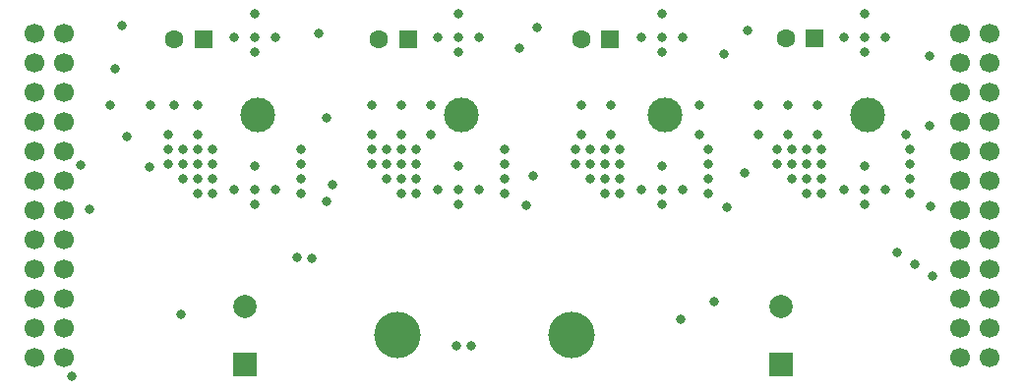
<source format=gbr>
G04 #@! TF.GenerationSoftware,KiCad,Pcbnew,(5.1.5)-3*
G04 #@! TF.CreationDate,2021-07-19T12:04:44+02:00*
G04 #@! TF.ProjectId,4xHalfBridge-VSON8,34784861-6c66-4427-9269-6467652d5653,rev?*
G04 #@! TF.SameCoordinates,Original*
G04 #@! TF.FileFunction,Copper,L3,Inr*
G04 #@! TF.FilePolarity,Positive*
%FSLAX46Y46*%
G04 Gerber Fmt 4.6, Leading zero omitted, Abs format (unit mm)*
G04 Created by KiCad (PCBNEW (5.1.5)-3) date 2021-07-19 12:04:44*
%MOMM*%
%LPD*%
G04 APERTURE LIST*
%ADD10C,3.000000*%
%ADD11C,1.700000*%
%ADD12C,4.000000*%
%ADD13C,1.600000*%
%ADD14R,1.600000X1.600000*%
%ADD15C,2.000000*%
%ADD16R,2.000000X2.000000*%
%ADD17C,0.800000*%
G04 APERTURE END LIST*
D10*
X75500000Y-11000000D03*
X58000000Y-11000000D03*
X40500000Y-11000000D03*
X23000000Y-11000000D03*
D11*
X3740000Y-4010000D03*
X6280000Y-4010000D03*
X3740000Y-6550000D03*
X6280000Y-6550000D03*
X3740000Y-9090000D03*
X6280000Y-9090000D03*
X3740000Y-11630000D03*
X6280000Y-11630000D03*
X3740000Y-14170000D03*
X6280000Y-14170000D03*
X3740000Y-16710000D03*
X6280000Y-16710000D03*
X3740000Y-19250000D03*
X6280000Y-19250000D03*
X3740000Y-21790000D03*
X6280000Y-21790000D03*
X3740000Y-24330000D03*
X6280000Y-24330000D03*
X3740000Y-26870000D03*
X6280000Y-26870000D03*
X3740000Y-29410000D03*
X6280000Y-29410000D03*
X3740000Y-31950000D03*
X6280000Y-31950000D03*
D12*
X35000000Y-30000000D03*
X50000000Y-30000000D03*
D11*
X85970000Y-29410000D03*
X85970000Y-4010000D03*
X83430000Y-24330000D03*
X83430000Y-26870000D03*
X85970000Y-11630000D03*
X85970000Y-21790000D03*
X83430000Y-21790000D03*
X83430000Y-11630000D03*
X83430000Y-19250000D03*
X85970000Y-16710000D03*
X83430000Y-14170000D03*
X83430000Y-9090000D03*
X83430000Y-6550000D03*
X85970000Y-31950000D03*
X83430000Y-31950000D03*
X83430000Y-29410000D03*
X83430000Y-4010000D03*
X85970000Y-26870000D03*
X85970000Y-9090000D03*
X85970000Y-6550000D03*
X85970000Y-19250000D03*
X83430000Y-16710000D03*
X85970000Y-24330000D03*
X85970000Y-14170000D03*
D13*
X68400000Y-4400000D03*
D14*
X70900000Y-4400000D03*
D13*
X50800000Y-4500000D03*
D14*
X53300000Y-4500000D03*
D13*
X33400000Y-4500000D03*
D14*
X35900000Y-4500000D03*
D13*
X15800000Y-4500000D03*
D14*
X18300000Y-4500000D03*
D15*
X68000000Y-27500000D03*
D16*
X68000000Y-32500000D03*
D15*
X21900000Y-27500000D03*
D16*
X21900000Y-32500000D03*
D17*
X45500000Y-5260000D03*
X63119000Y-5740400D03*
X80797400Y-5943600D03*
X16383000Y-28168600D03*
X27609800Y-23317200D03*
X79552800Y-23850600D03*
X11300000Y-3260000D03*
X13720000Y-10190000D03*
X8530000Y-19130000D03*
X80899000Y-18872200D03*
X40090000Y-30890000D03*
X6985000Y-33502600D03*
X22733000Y-5588000D03*
X22733000Y-2286000D03*
X24511000Y-4318000D03*
X20955000Y-4318000D03*
X22733000Y-4318000D03*
X42011000Y-4318000D03*
X59511000Y-4318000D03*
X77011000Y-4318000D03*
X40233000Y-5588000D03*
X57733000Y-5588000D03*
X75233000Y-5588000D03*
X40233000Y-2286000D03*
X57733000Y-2286000D03*
X75233000Y-2286000D03*
X38455000Y-4318000D03*
X55955000Y-4318000D03*
X73455000Y-4318000D03*
X40233000Y-4318000D03*
X57733000Y-4318000D03*
X75233000Y-4318000D03*
X59385200Y-28600400D03*
X81076800Y-24841200D03*
X28905200Y-11226800D03*
X26340000Y-23240000D03*
X46990000Y-3429000D03*
X41340000Y-30900000D03*
X65176400Y-3683000D03*
X62280800Y-27051000D03*
X80822800Y-11938000D03*
X78028800Y-22885400D03*
X26670000Y-16510000D03*
X26670000Y-15240000D03*
X26670000Y-13970000D03*
X26670000Y-17780000D03*
X24511000Y-17398000D03*
X22733000Y-18668000D03*
X22733000Y-15366000D03*
X20955000Y-17398000D03*
X22733000Y-17398000D03*
X15770000Y-10160000D03*
X17780000Y-10160000D03*
X17780000Y-12700000D03*
X15240000Y-12700000D03*
X17780000Y-13970000D03*
X17780000Y-15240000D03*
X19050000Y-13970000D03*
X19050000Y-15240000D03*
X19050000Y-16510000D03*
X17780000Y-16510000D03*
X17780000Y-17780000D03*
X19050000Y-17780000D03*
X16510000Y-16510000D03*
X16510000Y-15240000D03*
X16510000Y-13970000D03*
X15240000Y-13970000D03*
X15240000Y-15240000D03*
X37846000Y-12700000D03*
X37846000Y-10160000D03*
X36576000Y-15240000D03*
X32766000Y-13970000D03*
X32766000Y-15240000D03*
X35306000Y-13970000D03*
X35306000Y-16510000D03*
X36576000Y-13970000D03*
X44196000Y-15240000D03*
X34036000Y-16510000D03*
X36576000Y-17780000D03*
X35306000Y-17780000D03*
X44196000Y-17780000D03*
X34036000Y-15240000D03*
X44196000Y-13970000D03*
X34036000Y-13970000D03*
X36576000Y-16510000D03*
X44196000Y-16510000D03*
X35306000Y-15240000D03*
X42011000Y-17398000D03*
X40233000Y-15366000D03*
X38455000Y-17398000D03*
X40233000Y-17398000D03*
X40233000Y-18668000D03*
X35306000Y-12700000D03*
X35306000Y-10160000D03*
X32766000Y-12700000D03*
X32766000Y-10160000D03*
X51562000Y-16510000D03*
X52832000Y-17780000D03*
X54102000Y-13970000D03*
X52832000Y-15240000D03*
X50292000Y-13970000D03*
X52832000Y-16510000D03*
X54102000Y-15240000D03*
X61722000Y-17780000D03*
X50292000Y-15240000D03*
X54102000Y-16510000D03*
X61722000Y-16510000D03*
X51562000Y-15240000D03*
X51562000Y-13970000D03*
X61722000Y-13970000D03*
X52832000Y-13970000D03*
X54102000Y-17780000D03*
X61722000Y-15240000D03*
X59511000Y-17398000D03*
X57733000Y-18668000D03*
X57733000Y-15366000D03*
X55955000Y-17398000D03*
X57733000Y-17398000D03*
X50800000Y-12700000D03*
X53340000Y-12700000D03*
X60960000Y-12700000D03*
X60960000Y-10160000D03*
X53340000Y-10160000D03*
X50800000Y-10160000D03*
X68961000Y-16510000D03*
X70231000Y-17780000D03*
X71501000Y-13970000D03*
X70231000Y-15240000D03*
X67691000Y-13970000D03*
X70231000Y-16510000D03*
X71501000Y-15240000D03*
X79121000Y-17780000D03*
X67691000Y-15240000D03*
X71501000Y-16510000D03*
X79121000Y-16510000D03*
X68961000Y-15240000D03*
X68961000Y-13970000D03*
X79121000Y-13970000D03*
X70231000Y-13970000D03*
X71501000Y-17780000D03*
X79121000Y-15240000D03*
X77011000Y-17398000D03*
X75233000Y-18668000D03*
X75233000Y-15366000D03*
X73455000Y-17398000D03*
X75233000Y-17398000D03*
X66040000Y-10160000D03*
X68580000Y-10160000D03*
X71120000Y-10160000D03*
X78740000Y-12700000D03*
X71120000Y-12700000D03*
X68580000Y-12700000D03*
X66040000Y-12700000D03*
X64871600Y-15951200D03*
X13690600Y-15494000D03*
X46685200Y-16281400D03*
X29380000Y-17040000D03*
X28260000Y-4010000D03*
X28920000Y-18480000D03*
X63373000Y-18973800D03*
X46090000Y-18750000D03*
X10690000Y-6990000D03*
X11720000Y-12830000D03*
X10255600Y-10140400D03*
X7710000Y-15320000D03*
M02*

</source>
